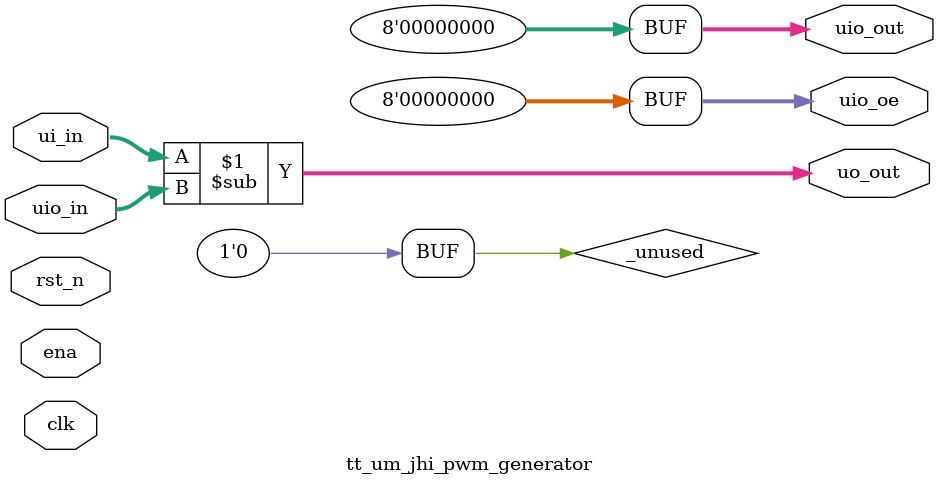
<source format=v>
/*
 * Copyright (c) 2025 Jeppe Hinrichs
 * SPDX-License-Identifier: Apache-2.0
 */

`default_nettype none

module tt_um_jhi_pwm_generator (
    input  wire [7:0] ui_in,    // Dedicated inputs
    output wire [7:0] uo_out,   // Dedicated outputs
    input  wire [7:0] uio_in,   // IOs: Input path
    output wire [7:0] uio_out,  // IOs: Output path
    output wire [7:0] uio_oe,   // IOs: Enable path (active high: 0=input, 1=output)
    input  wire       ena,      // always 1 when the design is powered, so you can ignore it
    input  wire       clk,      // clock
    input  wire       rst_n     // reset_n - low to reset
);

  // All output pins must be assigned. If not used, assign to 0.
  assign uo_out  = ui_in - uio_in;  // Example: ou_out is the sum of ui_in and uio_in
  assign uio_out = 0;
  assign uio_oe  = 0;

  // List all unused inputs to prevent warnings
  wire _unused = &{ena, clk, rst_n, 1'b0};

endmodule

</source>
